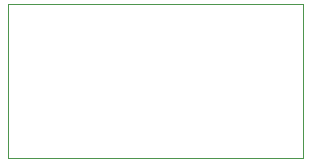
<source format=gbr>
G04 #@! TF.GenerationSoftware,KiCad,Pcbnew,(5.99.0-6495-g15369915cc)*
G04 #@! TF.CreationDate,2020-10-24T17:34:59+02:00*
G04 #@! TF.ProjectId,EVAL-MP8862,4556414c-2d4d-4503-9838-36322e6b6963,1B*
G04 #@! TF.SameCoordinates,Original*
G04 #@! TF.FileFunction,Profile,NP*
%FSLAX46Y46*%
G04 Gerber Fmt 4.6, Leading zero omitted, Abs format (unit mm)*
G04 Created by KiCad (PCBNEW (5.99.0-6495-g15369915cc)) date 2020-10-24 17:34:59*
%MOMM*%
%LPD*%
G01*
G04 APERTURE LIST*
G04 #@! TA.AperFunction,Profile*
%ADD10C,0.050000*%
G04 #@! TD*
G04 APERTURE END LIST*
D10*
X121000000Y-101500000D02*
X96000000Y-101500000D01*
X96000000Y-88500000D02*
X121000000Y-88500000D01*
X121000000Y-88500000D02*
X121000000Y-101500000D01*
X96000000Y-101500000D02*
X96000000Y-88500000D01*
M02*

</source>
